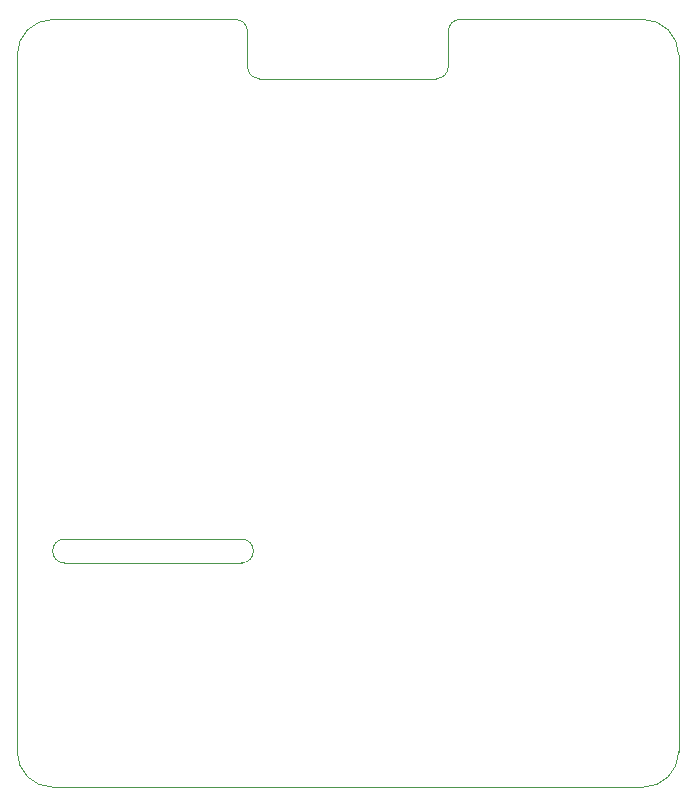
<source format=gbr>
%TF.GenerationSoftware,KiCad,Pcbnew,8.0.7+1*%
%TF.CreationDate,2025-02-19T14:48:18+01:00*%
%TF.ProjectId,ts15-rpi-shield,74733135-2d72-4706-992d-736869656c64,rev?*%
%TF.SameCoordinates,Original*%
%TF.FileFunction,Profile,NP*%
%FSLAX46Y46*%
G04 Gerber Fmt 4.6, Leading zero omitted, Abs format (unit mm)*
G04 Created by KiCad (PCBNEW 8.0.7+1) date 2025-02-19 14:48:18*
%MOMM*%
%LPD*%
G01*
G04 APERTURE LIST*
%TA.AperFunction,Profile*%
%ADD10C,0.100000*%
%TD*%
G04 APERTURE END LIST*
D10*
%TO.C,J1*%
X112500000Y-73000000D02*
X112500000Y-132000000D01*
X131000000Y-70000000D02*
X115500000Y-70000000D01*
X131500000Y-114000000D02*
X116500000Y-114000000D01*
X131500000Y-116000000D02*
X116500000Y-116000000D01*
X132000000Y-71000000D02*
X132000000Y-74000000D01*
X148000000Y-75000000D02*
X133000000Y-75000000D01*
X149000000Y-71000000D02*
X149000000Y-74000000D01*
X165500000Y-70000000D02*
X150000000Y-70000000D01*
X165500000Y-135000000D02*
X115500000Y-135000000D01*
X168500001Y-72999999D02*
X168500000Y-132000000D01*
X112500000Y-73000000D02*
G75*
G02*
X115500000Y-70000000I3000001J-1D01*
G01*
X115500000Y-135000000D02*
G75*
G02*
X112500000Y-132000000I0J3000000D01*
G01*
X116500000Y-116000000D02*
G75*
G02*
X116500000Y-114000000I0J1000000D01*
G01*
X131000000Y-70000000D02*
G75*
G02*
X132000000Y-71000000I1J-999999D01*
G01*
X131500000Y-114000000D02*
G75*
G02*
X131500000Y-116000000I0J-1000000D01*
G01*
X133000000Y-75000000D02*
G75*
G02*
X132000000Y-74000000I-1J999999D01*
G01*
X149000000Y-71000000D02*
G75*
G02*
X150000000Y-70000000I999999J1D01*
G01*
X149000000Y-74000000D02*
G75*
G02*
X148000000Y-75000000I-999999J-1D01*
G01*
X165500001Y-69999999D02*
G75*
G02*
X168500001Y-72999999I-1J-3000001D01*
G01*
X168500000Y-132000000D02*
G75*
G02*
X165500000Y-135000000I-3000000J0D01*
G01*
%TD*%
M02*

</source>
